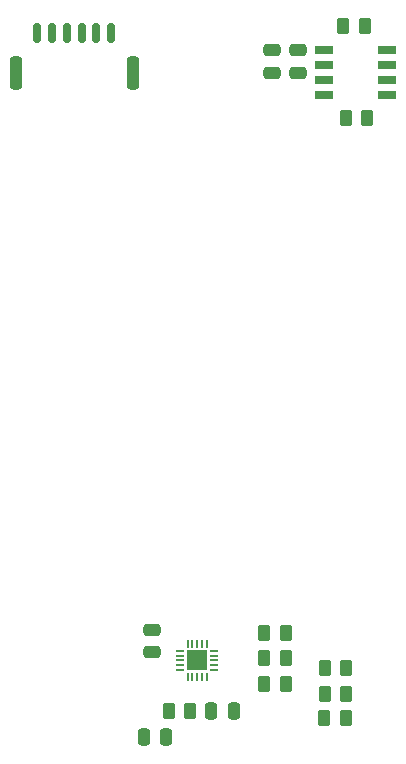
<source format=gbr>
%TF.GenerationSoftware,KiCad,Pcbnew,7.0.7-rc1*%
%TF.CreationDate,2024-03-12T16:47:17-04:00*%
%TF.ProjectId,Moving,4d6f7669-6e67-42e6-9b69-6361645f7063,rev?*%
%TF.SameCoordinates,Original*%
%TF.FileFunction,Paste,Bot*%
%TF.FilePolarity,Positive*%
%FSLAX46Y46*%
G04 Gerber Fmt 4.6, Leading zero omitted, Abs format (unit mm)*
G04 Created by KiCad (PCBNEW 7.0.7-rc1) date 2024-03-12 16:47:17*
%MOMM*%
%LPD*%
G01*
G04 APERTURE LIST*
G04 Aperture macros list*
%AMRoundRect*
0 Rectangle with rounded corners*
0 $1 Rounding radius*
0 $2 $3 $4 $5 $6 $7 $8 $9 X,Y pos of 4 corners*
0 Add a 4 corners polygon primitive as box body*
4,1,4,$2,$3,$4,$5,$6,$7,$8,$9,$2,$3,0*
0 Add four circle primitives for the rounded corners*
1,1,$1+$1,$2,$3*
1,1,$1+$1,$4,$5*
1,1,$1+$1,$6,$7*
1,1,$1+$1,$8,$9*
0 Add four rect primitives between the rounded corners*
20,1,$1+$1,$2,$3,$4,$5,0*
20,1,$1+$1,$4,$5,$6,$7,0*
20,1,$1+$1,$6,$7,$8,$9,0*
20,1,$1+$1,$8,$9,$2,$3,0*%
G04 Aperture macros list end*
%ADD10RoundRect,0.250000X-0.262500X-0.450000X0.262500X-0.450000X0.262500X0.450000X-0.262500X0.450000X0*%
%ADD11R,1.500000X0.650000*%
%ADD12RoundRect,0.250000X0.475000X-0.250000X0.475000X0.250000X-0.475000X0.250000X-0.475000X-0.250000X0*%
%ADD13RoundRect,0.250000X-0.250000X-0.475000X0.250000X-0.475000X0.250000X0.475000X-0.250000X0.475000X0*%
%ADD14RoundRect,0.150000X-0.150000X-0.700000X0.150000X-0.700000X0.150000X0.700000X-0.150000X0.700000X0*%
%ADD15RoundRect,0.250000X-0.250000X-1.150000X0.250000X-1.150000X0.250000X1.150000X-0.250000X1.150000X0*%
%ADD16RoundRect,0.250000X0.262500X0.450000X-0.262500X0.450000X-0.262500X-0.450000X0.262500X-0.450000X0*%
%ADD17R,0.203200X0.762000*%
%ADD18R,0.762000X0.203200*%
%ADD19R,1.803400X1.803400*%
G04 APERTURE END LIST*
D10*
%TO.C,R1*%
X137275000Y-109100000D03*
X139100000Y-109100000D03*
%TD*%
D11*
%TO.C,IC1*%
X142300000Y-63505000D03*
X142300000Y-62235000D03*
X142300000Y-60965000D03*
X142300000Y-59695000D03*
X147700000Y-59695000D03*
X147700000Y-60965000D03*
X147700000Y-62235000D03*
X147700000Y-63505000D03*
%TD*%
D12*
%TO.C,C5*%
X140100000Y-61655000D03*
X140100000Y-59755000D03*
%TD*%
D10*
%TO.C,R6*%
X142362500Y-116300000D03*
X144187500Y-116300000D03*
%TD*%
D13*
%TO.C,C3*%
X127100000Y-117900000D03*
X129000000Y-117900000D03*
%TD*%
D10*
%TO.C,R2*%
X137275000Y-111200000D03*
X139100000Y-111200000D03*
%TD*%
D14*
%TO.C,J3*%
X118075000Y-58300000D03*
X119325000Y-58300000D03*
X120575000Y-58300000D03*
X121825000Y-58300000D03*
X123075000Y-58300000D03*
X124325000Y-58300000D03*
D15*
X116225000Y-61650000D03*
X126175000Y-61650000D03*
%TD*%
D16*
%TO.C,R9*%
X145812500Y-57705000D03*
X143987500Y-57705000D03*
%TD*%
D10*
%TO.C,R3*%
X137275000Y-113400000D03*
X139100000Y-113400000D03*
%TD*%
D17*
%TO.C,U1*%
X130799998Y-109977601D03*
X131200000Y-109977601D03*
X131599999Y-109977601D03*
X131999998Y-109977601D03*
X132400000Y-109977601D03*
D18*
X133022399Y-110600000D03*
X133022399Y-111000002D03*
X133022399Y-111400001D03*
X133022399Y-111800000D03*
X133022399Y-112200002D03*
D17*
X132400000Y-112822401D03*
X131999998Y-112822401D03*
X131599999Y-112822401D03*
X131200000Y-112822401D03*
X130799998Y-112822401D03*
D18*
X130177599Y-112200002D03*
X130177599Y-111800000D03*
X130177599Y-111400001D03*
X130177599Y-111000002D03*
X130177599Y-110600000D03*
D19*
X131599999Y-111400001D03*
%TD*%
D10*
%TO.C,R7*%
X129187500Y-115700000D03*
X131012500Y-115700000D03*
%TD*%
D12*
%TO.C,C2*%
X127800000Y-110700000D03*
X127800000Y-108800000D03*
%TD*%
D16*
%TO.C,R8*%
X146012500Y-65505000D03*
X144187500Y-65505000D03*
%TD*%
D12*
%TO.C,C4*%
X137900000Y-61655000D03*
X137900000Y-59755000D03*
%TD*%
D10*
%TO.C,R4*%
X142387500Y-112000000D03*
X144212500Y-112000000D03*
%TD*%
%TO.C,R5*%
X142387500Y-114200000D03*
X144212500Y-114200000D03*
%TD*%
D13*
%TO.C,C1*%
X132800000Y-115700000D03*
X134700000Y-115700000D03*
%TD*%
M02*

</source>
